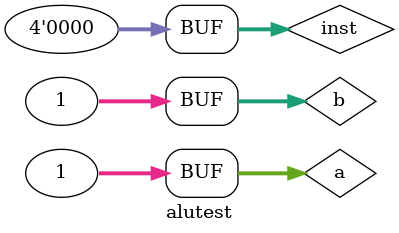
<source format=v>
module alutest();
            // input [31:0] a,
            // input [31:0] b,
            // output reg [31:0] hi,
            // output reg [31:0] lo,
            // input [3:0] inst,
            // output reg [31:0] o,
            // output cout,
            // output reg alu_go_ahead, //this is for the branch condition
            // output reg overflow //this is for the EPC
    wire [31:0] a;
    wire [31:0] b;
    wire [3:0] inst;
    assign a = 32'd1;
    assign b = 32'd1;
    assign inst = 4'd0;
    wire [31:0] hi;
    wire [31:0] lo;
    wire [31:0] o;
    wire cout;
    wire over;
    wire aga;
    alu ALU(a,b,hi,lo,inst,o,cout,aga,over);
    initial begin
        $monitor("%b",o);
    end
endmodule
</source>
